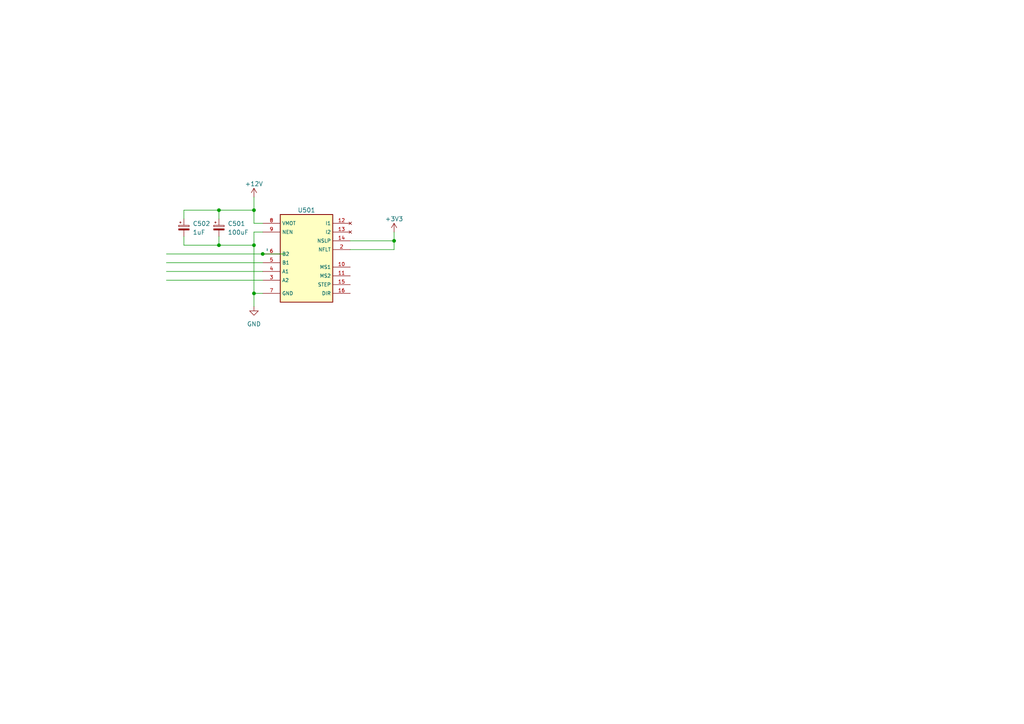
<source format=kicad_sch>
(kicad_sch (version 20230121) (generator eeschema)
  (paper "A4")
  (lib_symbols
    (symbol "318_Part_Library:MP6500"
      (property "Reference" "U" (at 0 0 0))
      (symbol "MP6500_0_0"
        (rectangle (start -7.62 -2.54) (end 7.62 -27.94) (stroke (width 0.254)) (fill (type background)))
      )
      (symbol "MP6500_1_0"
        (pin power_in line (at -12.7 -25.4 0) (length 5.08) hide (name "GND") (number "1"))
        (pin input line (at 12.7 -17.78 180) (length 5.08) (name "MS1") (number "10"))
        (pin input line (at 12.7 -20.32 180) (length 5.08) (name "MS2") (number "11"))
        (pin no_connect line (at 12.7 -5.08 180) (length 5.08) (name "I1") (number "12"))
        (pin no_connect line (at 12.7 -7.62 180) (length 5.08) (name "I2") (number "13"))
        (pin input line (at 12.7 -10.16 180) (length 5.08) (name "NSLP") (number "14"))
        (pin input line (at 12.7 -22.86 180) (length 5.08) (name "STEP") (number "15"))
        (pin input line (at 12.7 -25.4 180) (length 5.08) (name "DIR") (number "16"))
        (pin input line (at 12.7 -12.7 180) (length 5.08) (name "NFLT") (number "2"))
        (pin output line (at -12.7 -21.59 0) (length 5.08) (name "A2") (number "3"))
        (pin output line (at -12.7 -19.05 0) (length 5.08) (name "A1") (number "4"))
        (pin output line (at -12.7 -16.51 0) (length 5.08) (name "B1") (number "5"))
        (pin output line (at -12.7 -13.97 0) (length 5.08) (name "B2") (number "6"))
        (pin power_in line (at -12.7 -25.4 0) (length 5.08) (name "GND") (number "7"))
        (pin power_in line (at -12.7 -5.08 0) (length 5.08) (name "VMOT") (number "8"))
        (pin input line (at -12.7 -7.62 0) (length 5.08) (name "NEN") (number "9"))
      )
    )
    (symbol "Device:C_Polarized_Small" (pin_numbers hide) (pin_names (offset 0.254) hide)
      (property "Reference" "C" (at 0.254 1.778 0))
      (property "Value" "C_Polarized_Small" (at 0.254 -2.032 0))
      (symbol "C_Polarized_Small_0_1"
        (rectangle (start -1.524 -0.3048) (end 1.524 -0.6858) (fill (type outline)))
        (rectangle (start -1.524 0.6858) (end 1.524 0.3048))
        (polyline (pts (xy -1.27 1.524) (xy -0.762 1.524)))
        (polyline (pts (xy -1.016 1.27) (xy -1.016 1.778)))
      )
      (symbol "C_Polarized_Small_1_1"
        (pin passive line (at 0 2.54 270) (length 1.8542) (name "~") (number "1"))
        (pin passive line (at 0 -2.54 90) (length 1.8542) (name "~") (number "2"))
      )
    )
    (symbol "power:+12V" (power) (pin_names (offset 0))
      (property "Value" "+12V" (at 0 3.556 0))
      (symbol "+12V_0_1"
        (polyline (pts (xy -0.762 1.27) (xy 0 2.54)))
        (polyline (pts (xy 0 0) (xy 0 2.54)))
        (polyline (pts (xy 0 2.54) (xy 0.762 1.27)))
      )
      (symbol "+12V_1_1"
        (pin power_in line (at 0 0 90) (length 0) hide (name "+12V") (number "1"))
      )
    )
    (symbol "power:+3V3" (power) (pin_names (offset 0))
      (property "Value" "+3V3" (at 0 3.556 0))
      (symbol "+3V3_0_1"
        (polyline (pts (xy -0.762 1.27) (xy 0 2.54)))
        (polyline (pts (xy 0 0) (xy 0 2.54)))
        (polyline (pts (xy 0 2.54) (xy 0.762 1.27)))
      )
      (symbol "+3V3_1_1"
        (pin power_in line (at 0 0 90) (length 0) hide (name "+3V3") (number "1"))
      )
    )
    (symbol "power:GND" (power) (pin_names (offset 0))
      (property "Value" "GND" (at 0 -3.81 0))
      (symbol "GND_0_1"
        (polyline (pts (xy 0 0) (xy 0 -1.27) (xy 1.27 -1.27) (xy 0 -2.54) (xy -1.27 -1.27) (xy 0 -1.27)))
      )
      (symbol "GND_1_1"
        (pin power_in line (at 0 0 270) (length 0) hide (name "GND") (number "1"))
      )
    )
  )
  (junction (at 73.66 85.09))
  (junction (at 114.3 69.85))
  (junction (at 63.5 71.12))
  (junction (at 63.5 60.96))
  (junction (at 73.66 71.12))
  (junction (at 76.2 73.66))
  (junction (at 73.66 60.96))
  (wire (pts (xy 76.2 85.09) (xy 73.66 85.09)))
  (wire (pts (xy 73.66 64.77) (xy 73.66 60.96)))
  (wire (pts (xy 53.34 71.12) (xy 63.5 71.12)))
  (wire (pts (xy 48.26 76.2) (xy 76.2 76.2)))
  (wire (pts (xy 114.3 72.39) (xy 114.3 69.85)))
  (wire (pts (xy 53.34 68.58) (xy 53.34 71.12)))
  (wire (pts (xy 76.2 64.77) (xy 73.66 64.77)))
  (wire (pts (xy 101.6 69.85) (xy 114.3 69.85)))
  (wire (pts (xy 48.26 73.66) (xy 76.2 73.66)))
  (wire (pts (xy 53.34 60.96) (xy 63.5 60.96)))
  (wire (pts (xy 63.5 60.96) (xy 73.66 60.96)))
  (wire (pts (xy 114.3 69.85) (xy 114.3 67.31)))
  (wire (pts (xy 76.2 67.31) (xy 73.66 67.31)))
  (wire (pts (xy 73.66 67.31) (xy 73.66 71.12)))
  (wire (pts (xy 48.26 78.74) (xy 76.2 78.74)))
  (wire (pts (xy 48.26 81.28) (xy 76.2 81.28)))
  (wire (pts (xy 63.5 60.96) (xy 63.5 63.5)))
  (wire (pts (xy 63.5 71.12) (xy 73.66 71.12)))
  (wire (pts (xy 73.66 85.09) (xy 73.66 88.9)))
  (wire (pts (xy 82.55 73.66) (xy 76.2 73.66)))
  (wire (pts (xy 101.6 72.39) (xy 114.3 72.39)))
  (wire (pts (xy 63.5 68.58) (xy 63.5 71.12)))
  (wire (pts (xy 73.66 60.96) (xy 73.66 57.15)))
  (wire (pts (xy 53.34 63.5) (xy 53.34 60.96)))
  (wire (pts (xy 73.66 71.12) (xy 73.66 85.09)))
  (symbol (lib_id "power:+3V3") (at 114.3 67.31 0) (unit 1)
    (property "Reference" "#PWR0501" (effects hide))
    (property "Value" "+3V3" (at 114.3 63.5 0))
  )
  (symbol (lib_id "Device:C_Polarized_Small") (at 63.5 66.04 0) (unit 1)
    (property "Reference" "C501" (at 66.04 64.8589 0) (effects (justify left)))
    (property "Value" "100uF" (at 66.04 67.3989 0) (effects (justify left)))
  )
  (symbol (lib_id "318_Part_Library:MP6500") (at 88.9 59.69 0) (unit 1)
    (property "Reference" "U501" (at 88.9 60.96 0))
    (property "Value" "~" (at 77.47 72.39 90))
    (property "Footprint" "318_Footprint_Library:MP6500" (effects hide))
  )
  (symbol (lib_id "Device:C_Polarized_Small") (at 53.34 66.04 0) (unit 1)
    (property "Reference" "C502" (at 55.88 64.8589 0) (effects (justify left)))
    (property "Value" "1uF" (at 55.88 67.3989 0) (effects (justify left)))
  )
  (symbol (lib_id "power:GND") (at 73.66 88.9 0) (unit 1)
    (property "Reference" "#PWR0502" (effects hide))
    (property "Value" "GND" (at 73.66 93.98 0))
  )
  (symbol (lib_id "power:+12V") (at 73.66 57.15 0) (unit 1)
    (property "Reference" "#PWR0503" (effects hide))
    (property "Value" "+12V" (at 73.66 53.34 0))
  )
)
</source>
